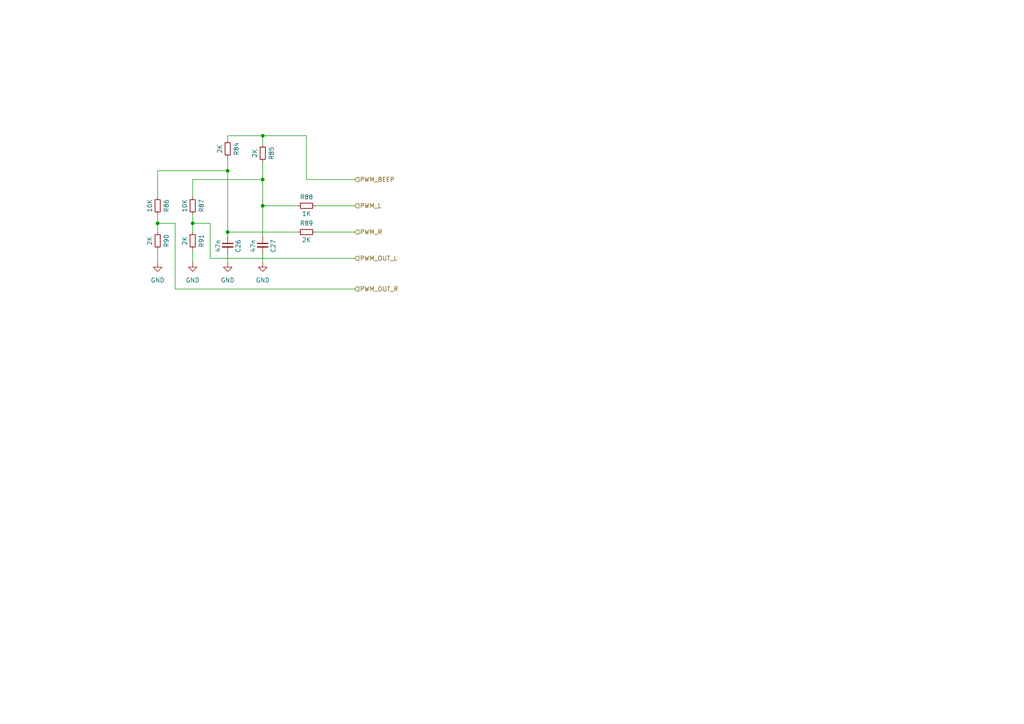
<source format=kicad_sch>
(kicad_sch (version 20250114) (generator "eeschema") (generator_version "9.0")
  (paper "A4")
  (title_block (title "TurboFRANK") (date "2025-03-17") (rev "1.04") (company "Mikhail Matveev") (comment 1 "https://github.com/xtremespb/frank"))
  (lib_symbols
    (symbol "Device:C_Small" (pin_numbers (hide yes)) (pin_names (offset 0.254) (hide yes))
      (property "Reference" "C" (at 0.254 1.778 0))
      (property "Value" "C_Small" (at 0.254 -2.032 0))
      (symbol "C_Small_0_1"
        (polyline (pts (xy -1.524 0.508) (xy 1.524 0.508)) (stroke (width 0.3048)))
        (polyline (pts (xy -1.524 -0.508) (xy 1.524 -0.508)) (stroke (width 0.3302)))
      )
      (symbol "C_Small_1_1"
        (pin passive line (at 0 2.54 270) (length 2.032) (name "~") (number "1"))
        (pin passive line (at 0 -2.54 90) (length 2.032) (name "~") (number "2"))
      )
    )
    (symbol "Device:R_Small" (pin_numbers (hide yes)) (pin_names (offset 0.254) (hide yes))
      (property "Reference" "R" (at 0.762 0.508 0))
      (property "Value" "R_Small" (at 0.762 -1.016 0))
      (symbol "R_Small_0_1"
        (rectangle (start -0.762 1.778) (end 0.762 -1.778) (stroke (width 0.2032)))
      )
      (symbol "R_Small_1_1"
        (pin passive line (at 0 2.54 270) (length 0.762) (name "~") (number "1"))
        (pin passive line (at 0 -2.54 90) (length 0.762) (name "~") (number "2"))
      )
    )
    (symbol "power:GND" (power) (pin_numbers (hide yes)) (pin_names (offset 0) (hide yes))
      (property "Value" "GND" (at 0 -3.81 0))
      (symbol "GND_0_1"
        (polyline (pts (xy 0 0) (xy 0 -1.27) (xy 1.27 -1.27) (xy 0 -2.54) (xy -1.27 -1.27) (xy 0 -1.27)))
      )
      (symbol "GND_1_1"
        (pin power_in line (at 0 0 270) (length 0) (name "~") (number "1"))
      )
    )
  )
  (junction (at 66.04 67.31))
  (junction (at 76.2 39.37))
  (junction (at 66.04 49.53))
  (junction (at 76.2 52.07))
  (junction (at 55.88 64.77))
  (junction (at 45.72 64.77))
  (junction (at 76.2 59.69))
  (wire (pts (xy 76.2 52.07) (xy 76.2 59.69)))
  (wire (pts (xy 50.8 83.82) (xy 102.87 83.82)))
  (wire (pts (xy 91.44 67.31) (xy 102.87 67.31)))
  (wire (pts (xy 50.8 64.77) (xy 50.8 83.82)))
  (wire (pts (xy 66.04 73.66) (xy 66.04 76.2)))
  (wire (pts (xy 66.04 67.31) (xy 86.36 67.31)))
  (wire (pts (xy 55.88 64.77) (xy 55.88 67.31)))
  (wire (pts (xy 66.04 39.37) (xy 76.2 39.37)))
  (wire (pts (xy 88.9 52.07) (xy 102.87 52.07)))
  (wire (pts (xy 45.72 72.39) (xy 45.72 76.2)))
  (wire (pts (xy 76.2 39.37) (xy 88.9 39.37)))
  (wire (pts (xy 76.2 52.07) (xy 55.88 52.07)))
  (wire (pts (xy 45.72 64.77) (xy 45.72 67.31)))
  (wire (pts (xy 88.9 39.37) (xy 88.9 52.07)))
  (wire (pts (xy 76.2 41.91) (xy 76.2 39.37)))
  (wire (pts (xy 91.44 59.69) (xy 102.87 59.69)))
  (wire (pts (xy 55.88 72.39) (xy 55.88 76.2)))
  (wire (pts (xy 60.96 64.77) (xy 60.96 74.93)))
  (wire (pts (xy 55.88 64.77) (xy 60.96 64.77)))
  (wire (pts (xy 66.04 45.72) (xy 66.04 49.53)))
  (wire (pts (xy 66.04 49.53) (xy 66.04 67.31)))
  (wire (pts (xy 76.2 46.99) (xy 76.2 52.07)))
  (wire (pts (xy 66.04 40.64) (xy 66.04 39.37)))
  (wire (pts (xy 55.88 52.07) (xy 55.88 57.15)))
  (wire (pts (xy 60.96 74.93) (xy 102.87 74.93)))
  (wire (pts (xy 76.2 59.69) (xy 86.36 59.69)))
  (wire (pts (xy 76.2 73.66) (xy 76.2 76.2)))
  (wire (pts (xy 66.04 67.31) (xy 66.04 68.58)))
  (wire (pts (xy 45.72 62.23) (xy 45.72 64.77)))
  (wire (pts (xy 45.72 64.77) (xy 50.8 64.77)))
  (wire (pts (xy 45.72 49.53) (xy 66.04 49.53)))
  (wire (pts (xy 55.88 62.23) (xy 55.88 64.77)))
  (wire (pts (xy 45.72 57.15) (xy 45.72 49.53)))
  (wire (pts (xy 76.2 59.69) (xy 76.2 68.58)))
  (hierarchical_label "PWM_OUT_L" (shape input) (at 102.87 74.93 0))
  (hierarchical_label "PWM_L" (shape input) (at 102.87 59.69 0))
  (hierarchical_label "PWM_BEEP" (shape input) (at 102.87 52.07 0))
  (hierarchical_label "PWM_OUT_R" (shape input) (at 102.87 83.82 0))
  (hierarchical_label "PWM_R" (shape input) (at 102.87 67.31 0))
  (symbol (lib_id "Device:R_Small") (at 88.9 59.69 90) (unit 1)
    (property "Reference" "R88" (at 88.9 57.15 90))
    (property "Value" "1K" (at 88.9 61.976 90))
    (property "Footprint" "FRANK:Resistor (0805)" (effects (hide yes)))
    (property "Description" "Resistor, small symbol" (effects (hide yes)))
    (property "AliExpress" "https://www.aliexpress.com/item/1005005945735199.html" (effects (hide yes)))
  )
  (symbol (lib_id "Device:R_Small") (at 88.9 67.31 90) (unit 1)
    (property "Reference" "R89" (at 88.9 64.77 90))
    (property "Value" "2K" (at 88.9 69.596 90))
    (property "Footprint" "FRANK:Resistor (0805)" (effects (hide yes)))
    (property "Description" "Resistor, small symbol" (effects (hide yes)))
    (property "AliExpress" "https://www.aliexpress.com/item/1005005945735199.html" (effects (hide yes)))
  )
  (symbol (lib_id "Device:R_Small") (at 76.2 44.45 0) (unit 1)
    (property "Reference" "R85" (at 78.74 44.45 90))
    (property "Value" "2K" (at 73.914 44.45 90))
    (property "Footprint" "FRANK:Resistor (0805)" (effects (hide yes)))
    (property "Description" "Resistor, small symbol" (effects (hide yes)))
    (property "AliExpress" "https://www.aliexpress.com/item/1005005945735199.html" (effects (hide yes)))
  )
  (symbol (lib_id "Device:R_Small") (at 66.04 43.18 0) (unit 1)
    (property "Reference" "R84" (at 68.58 43.18 90))
    (property "Value" "2K" (at 63.754 43.18 90))
    (property "Footprint" "FRANK:Resistor (0805)" (effects (hide yes)))
    (property "Description" "Resistor, small symbol" (effects (hide yes)))
    (property "AliExpress" "https://www.aliexpress.com/item/1005005945735199.html" (effects (hide yes)))
  )
  (symbol (lib_id "Device:C_Small") (at 66.04 71.12 0) (unit 1)
    (property "Reference" "C26" (at 69.088 71.374 90))
    (property "Value" "47n" (at 63.246 71.374 90))
    (property "Footprint" "FRANK:Capacitor (0805)" (effects (hide yes)))
    (property "Description" "Unpolarized capacitor, small symbol" (effects (hide yes)))
    (property "AliExpress" "https://www.aliexpress.com/item/33008008276.html" (effects (hide yes)))
  )
  (symbol (lib_id "power:GND") (at 66.04 76.2 0) (unit 1)
    (property "Reference" "#PWR0115" (effects (hide yes)))
    (property "Value" "GND" (at 66.04 81.28 0))
    (property "Description" "Power symbol creates a global label with name \"GND\" , ground" (effects (hide yes)))
  )
  (symbol (lib_id "power:GND") (at 45.72 76.2 0) (unit 1)
    (property "Reference" "#PWR0113" (effects (hide yes)))
    (property "Value" "GND" (at 45.72 81.28 0))
    (property "Description" "Power symbol creates a global label with name \"GND\" , ground" (effects (hide yes)))
  )
  (symbol (lib_id "Device:R_Small") (at 55.88 59.69 0) (unit 1)
    (property "Reference" "R87" (at 58.42 59.69 90))
    (property "Value" "10K" (at 53.594 59.69 90))
    (property "Footprint" "FRANK:Resistor (0805)" (effects (hide yes)))
    (property "Description" "Resistor, small symbol" (effects (hide yes)))
    (property "AliExpress" "https://www.aliexpress.com/item/1005005945735199.html" (effects (hide yes)))
  )
  (symbol (lib_id "Device:R_Small") (at 55.88 69.85 0) (unit 1)
    (property "Reference" "R91" (at 58.42 69.85 90))
    (property "Value" "2K" (at 53.594 69.85 90))
    (property "Footprint" "FRANK:Resistor (0805)" (effects (hide yes)))
    (property "Description" "Resistor, small symbol" (effects (hide yes)))
    (property "AliExpress" "https://www.aliexpress.com/item/1005005945735199.html" (effects (hide yes)))
  )
  (symbol (lib_id "Device:R_Small") (at 45.72 69.85 0) (unit 1)
    (property "Reference" "R90" (at 48.26 69.85 90))
    (property "Value" "2K" (at 43.434 69.85 90))
    (property "Footprint" "FRANK:Resistor (0805)" (effects (hide yes)))
    (property "Description" "Resistor, small symbol" (effects (hide yes)))
    (property "AliExpress" "https://www.aliexpress.com/item/1005005945735199.html" (effects (hide yes)))
  )
  (symbol (lib_id "power:GND") (at 55.88 76.2 0) (unit 1)
    (property "Reference" "#PWR0114" (effects (hide yes)))
    (property "Value" "GND" (at 55.88 81.28 0))
    (property "Description" "Power symbol creates a global label with name \"GND\" , ground" (effects (hide yes)))
  )
  (symbol (lib_id "Device:C_Small") (at 76.2 71.12 0) (unit 1)
    (property "Reference" "C27" (at 79.248 71.374 90))
    (property "Value" "47n" (at 73.406 71.374 90))
    (property "Footprint" "FRANK:Capacitor (0805)" (effects (hide yes)))
    (property "Description" "Unpolarized capacitor, small symbol" (effects (hide yes)))
    (property "AliExpress" "https://www.aliexpress.com/item/33008008276.html" (effects (hide yes)))
  )
  (symbol (lib_id "power:GND") (at 76.2 76.2 0) (unit 1)
    (property "Reference" "#PWR0116" (effects (hide yes)))
    (property "Value" "GND" (at 76.2 81.28 0))
    (property "Description" "Power symbol creates a global label with name \"GND\" , ground" (effects (hide yes)))
  )
  (symbol (lib_id "Device:R_Small") (at 45.72 59.69 0) (unit 1)
    (property "Reference" "R86" (at 48.26 59.69 90))
    (property "Value" "10K" (at 43.434 59.69 90))
    (property "Footprint" "FRANK:Resistor (0805)" (effects (hide yes)))
    (property "Description" "Resistor, small symbol" (effects (hide yes)))
    (property "AliExpress" "https://www.aliexpress.com/item/1005005945735199.html" (effects (hide yes)))
  )
)
</source>
